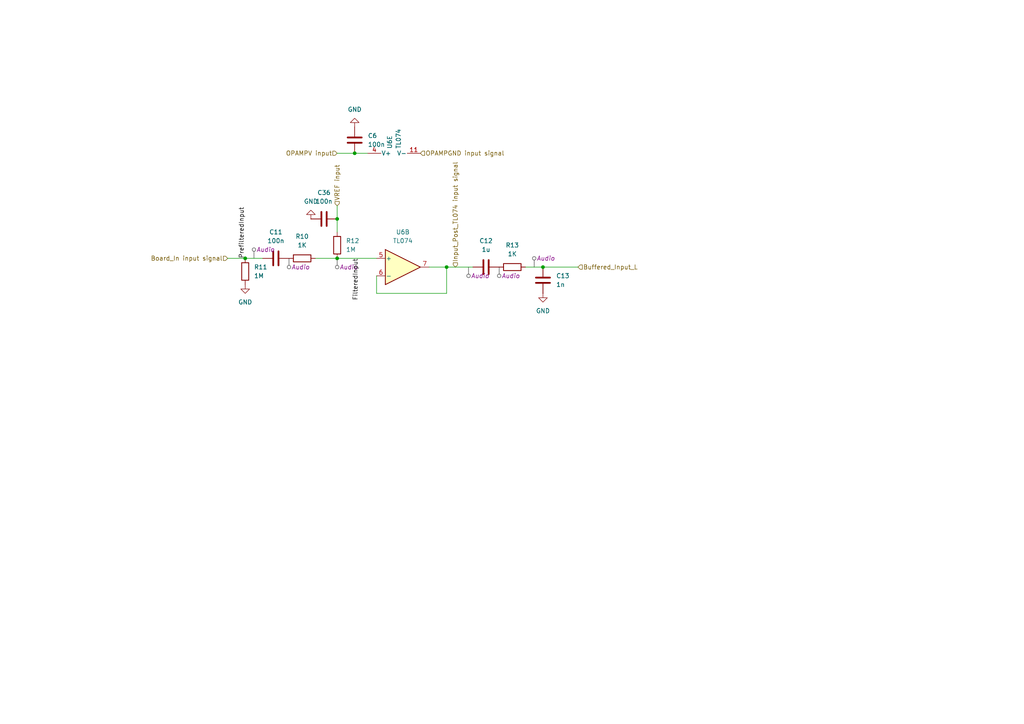
<source format=kicad_sch>
(kicad_sch (version 20231120) (generator "eeschema") (generator_version "8.0")
  (paper "A4")
  (lib_symbols
    (symbol "Amplifier_Operational:TL074" (pin_names (offset 0.127))
      (property "Reference" "U" (at 0 5.08 0))
      (property "Value" "TL074" (at 0 -5.08 0))
      (symbol "TL074_1_1"
        (polyline (pts (xy -5.08 5.08) (xy 5.08 0) (xy -5.08 -5.08) (xy -5.08 5.08)) (stroke (width 0.254)) (fill (type background)))
        (pin output line (at 7.62 0 180) (length 2.54) (name "~") (number "1"))
        (pin input line (at -7.62 -2.54 0) (length 2.54) (name "-") (number "2"))
        (pin input line (at -7.62 2.54 0) (length 2.54) (name "+") (number "3"))
      )
      (symbol "TL074_2_1"
        (polyline (pts (xy -5.08 5.08) (xy 5.08 0) (xy -5.08 -5.08) (xy -5.08 5.08)) (stroke (width 0.254)) (fill (type background)))
        (pin input line (at -7.62 2.54 0) (length 2.54) (name "+") (number "5"))
        (pin input line (at -7.62 -2.54 0) (length 2.54) (name "-") (number "6"))
        (pin output line (at 7.62 0 180) (length 2.54) (name "~") (number "7"))
      )
      (symbol "TL074_3_1"
        (polyline (pts (xy -5.08 5.08) (xy 5.08 0) (xy -5.08 -5.08) (xy -5.08 5.08)) (stroke (width 0.254)) (fill (type background)))
        (pin input line (at -7.62 2.54 0) (length 2.54) (name "+") (number "10"))
        (pin output line (at 7.62 0 180) (length 2.54) (name "~") (number "8"))
        (pin input line (at -7.62 -2.54 0) (length 2.54) (name "-") (number "9"))
      )
      (symbol "TL074_4_1"
        (polyline (pts (xy -5.08 5.08) (xy 5.08 0) (xy -5.08 -5.08) (xy -5.08 5.08)) (stroke (width 0.254)) (fill (type background)))
        (pin input line (at -7.62 2.54 0) (length 2.54) (name "+") (number "12"))
        (pin input line (at -7.62 -2.54 0) (length 2.54) (name "-") (number "13"))
        (pin output line (at 7.62 0 180) (length 2.54) (name "~") (number "14"))
      )
      (symbol "TL074_5_1"
        (pin power_in line (at -2.54 -7.62 90) (length 3.81) (name "V-") (number "11"))
        (pin power_in line (at -2.54 7.62 270) (length 3.81) (name "V+") (number "4"))
      )
    )
    (symbol "Device:C" (pin_numbers hide) (pin_names (offset 0.254))
      (property "Reference" "C" (at 0.635 2.54 0))
      (property "Value" "C" (at 0.635 -2.54 0))
      (symbol "C_0_1"
        (polyline (pts (xy -2.032 -0.762) (xy 2.032 -0.762)) (stroke (width 0.508)))
        (polyline (pts (xy -2.032 0.762) (xy 2.032 0.762)) (stroke (width 0.508)))
      )
      (symbol "C_1_1"
        (pin passive line (at 0 3.81 270) (length 2.794) (name "~") (number "1"))
        (pin passive line (at 0 -3.81 90) (length 2.794) (name "~") (number "2"))
      )
    )
    (symbol "Device:R" (pin_numbers hide) (pin_names (offset 0))
      (property "Reference" "R" (at 2.032 0 90))
      (property "Value" "R" (at 0 0 90))
      (symbol "R_0_1"
        (rectangle (start -1.016 -2.54) (end 1.016 2.54) (stroke (width 0.254)))
      )
      (symbol "R_1_1"
        (pin passive line (at 0 3.81 270) (length 1.27) (name "~") (number "1"))
        (pin passive line (at 0 -3.81 90) (length 1.27) (name "~") (number "2"))
      )
    )
    (symbol "power:GND" (power) (pin_numbers hide) (pin_names (offset 0) hide)
      (property "Value" "GND" (at 0 -3.81 0))
      (symbol "GND_0_1"
        (polyline (pts (xy 0 0) (xy 0 -1.27) (xy 1.27 -1.27) (xy 0 -2.54) (xy -1.27 -1.27) (xy 0 -1.27)))
      )
      (symbol "GND_1_1"
        (pin power_in line (at 0 0 270) (length 0) (name "~") (number "1"))
      )
    )
  )
  (junction (at 97.79 74.93))
  (junction (at 97.79 63.5))
  (junction (at 71.12 74.93))
  (junction (at 102.87 44.45))
  (junction (at 157.48 77.47))
  (junction (at 129.54 77.47))
  (wire (pts (xy 71.12 74.93) (xy 76.2 74.93)))
  (wire (pts (xy 129.54 85.09) (xy 129.54 77.47)))
  (wire (pts (xy 97.79 44.45) (xy 102.87 44.45)))
  (wire (pts (xy 109.22 85.09) (xy 129.54 85.09)))
  (wire (pts (xy 97.79 59.69) (xy 97.79 63.5)))
  (wire (pts (xy 157.48 77.47) (xy 167.64 77.47)))
  (wire (pts (xy 124.46 77.47) (xy 129.54 77.47)))
  (wire (pts (xy 97.79 63.5) (xy 97.79 67.31)))
  (wire (pts (xy 97.79 74.93) (xy 109.22 74.93)))
  (wire (pts (xy 91.44 74.93) (xy 97.79 74.93)))
  (wire (pts (xy 152.4 77.47) (xy 157.48 77.47)))
  (wire (pts (xy 102.87 44.45) (xy 106.68 44.45)))
  (wire (pts (xy 129.54 77.47) (xy 137.16 77.47)))
  (wire (pts (xy 109.22 80.01) (xy 109.22 85.09)))
  (wire (pts (xy 66.04 74.93) (xy 71.12 74.93)))
  (label "PrefilteredInput" (at 71.12 74.93 90))
  (label "FilteredInput" (at 104.14 74.93 270))
  (hierarchical_label "VREF input" (shape input) (at 97.79 59.69 90))
  (hierarchical_label "OPAMPV input" (shape input) (at 97.79 44.45 180))
  (hierarchical_label "OPAMPGND input signal" (shape input) (at 121.92 44.45 0))
  (hierarchical_label "Buffered_Input_L" (shape input) (at 167.64 77.47 0))
  (hierarchical_label "Input_Post_TL074 input signal" (shape input) (at 132.08 77.47 90))
  (hierarchical_label "Board_In input signal" (shape input) (at 66.04 74.93 180))
  (netclass_flag "" (length 2.54) (shape round) (at 83.82 74.93 180) (property "Netclass" "Audio" (at 84.5185 77.47 0) (effects (font (italic yes)) (justify left))))
  (netclass_flag "" (length 2.54) (shape round) (at 97.79 74.93 180) (property "Netclass" "Audio" (at 98.4885 77.47 0) (effects (font (italic yes)) (justify left))))
  (netclass_flag "" (length 2.54) (shape round) (at 154.94 77.47 0) (property "Netclass" "Audio" (at 155.6385 74.93 0) (effects (font (italic yes)) (justify left))))
  (netclass_flag "" (length 2.54) (shape round) (at 144.78 77.47 180) (property "Netclass" "Audio" (at 145.4785 80.01 0) (effects (font (italic yes)) (justify left))))
  (netclass_flag "" (length 2.54) (shape round) (at 135.89 77.47 180) (property "Netclass" "Audio" (at 136.5885 80.01 0) (effects (font (italic yes)) (justify left))))
  (netclass_flag "" (length 2.54) (shape round) (at 73.66 74.93 0) (property "Netclass" "Audio" (at 74.3585 72.39 0) (effects (font (italic yes)) (justify left))))
  (symbol (lib_id "Device:R") (at 71.12 78.74 180) (unit 1)
    (property "Reference" "R11" (at 73.66 77.4699 0) (effects (justify right)))
    (property "Value" "1M" (at 73.66 80.0099 0) (effects (justify right)))
    (property "Footprint" "PCM_4ms_Resistor:R_0603" (effects (hide yes)))
    (property "Description" "Resistor" (effects (hide yes)))
  )
  (symbol (lib_id "Amplifier_Operational:TL074") (at 116.84 77.47 0) (unit 2) (exclude_from_sim yes)
    (property "Reference" "U6" (at 116.84 67.31 0))
    (property "Value" "TL074" (at 116.84 69.85 0))
    (property "Footprint" "Package_DIP:DIP-14_W7.62mm_Socket" (effects (hide yes)))
    (property "Datasheet" "http://www.ti.com/lit/ds/symlink/tl071.pdf" (effects (hide yes)))
    (property "Description" "Quad Low-Noise JFET-Input Operational Amplifiers, DIP-14/SOIC-14" (effects (hide yes)))
  )
  (symbol (lib_id "power:GND") (at 90.17 63.5 180) (unit 1)
    (property "Reference" "#PWR076" (effects (hide yes)))
    (property "Value" "GND" (at 90.17 58.42 0))
    (property "Description" "Power symbol creates a global label with name \"GND\" , ground" (effects (hide yes)))
  )
  (symbol (lib_id "power:GND") (at 157.48 85.09 0) (unit 1)
    (property "Reference" "#PWR025" (effects (hide yes)))
    (property "Value" "GND" (at 157.48 90.17 0))
    (property "Description" "Power symbol creates a global label with name \"GND\" , ground" (effects (hide yes)))
  )
  (symbol (lib_id "Device:C") (at 102.87 40.64 180) (unit 1)
    (property "Reference" "C6" (at 106.68 39.3699 0) (effects (justify right)))
    (property "Value" "100n" (at 106.68 41.9099 0) (effects (justify right)))
    (property "Footprint" "FV1Footrpints:C_0603_1608Metric_Pad1.08x0.95mm_HandSolder" (effects (hide yes)))
    (property "Description" "Unpolarized capacitor" (effects (hide yes)))
  )
  (symbol (lib_id "Device:R") (at 97.79 71.12 180) (unit 1)
    (property "Reference" "R12" (at 100.33 69.8499 0) (effects (justify right)))
    (property "Value" "1M" (at 100.33 72.3899 0) (effects (justify right)))
    (property "Footprint" "PCM_4ms_Resistor:R_0603" (effects (hide yes)))
    (property "Description" "Resistor" (effects (hide yes)))
  )
  (symbol (lib_id "Device:C") (at 80.01 74.93 90) (unit 1)
    (property "Reference" "C11" (at 80.01 67.31 90))
    (property "Value" "100n" (at 80.01 69.85 90))
    (property "Footprint" "FV1Footrpints:C_0603_1608Metric_Pad1.08x0.95mm_HandSolder" (effects (hide yes)))
    (property "Description" "Unpolarized capacitor" (effects (hide yes)))
  )
  (symbol (lib_id "Device:C") (at 93.98 63.5 90) (unit 1)
    (property "Reference" "C36" (at 93.98 55.88 90))
    (property "Value" "100n" (at 93.98 58.42 90))
    (property "Footprint" "Capacitor_SMD:C_0603_1608Metric_Pad1.08x0.95mm_HandSolder" (effects (hide yes)))
    (property "Description" "Unpolarized capacitor" (effects (hide yes)))
  )
  (symbol (lib_id "power:GND") (at 102.87 36.83 180) (unit 1)
    (property "Reference" "#PWR044" (effects (hide yes)))
    (property "Value" "GND" (at 102.87 31.75 0))
    (property "Description" "Power symbol creates a global label with name \"GND\" , ground" (effects (hide yes)))
  )
  (symbol (lib_id "power:GND") (at 71.12 82.55 0) (unit 1)
    (property "Reference" "#PWR024" (effects (hide yes)))
    (property "Value" "GND" (at 71.12 87.63 0))
    (property "Description" "Power symbol creates a global label with name \"GND\" , ground" (effects (hide yes)))
  )
  (symbol (lib_id "Device:C") (at 140.97 77.47 90) (unit 1)
    (property "Reference" "C12" (at 140.97 69.85 90))
    (property "Value" "1u" (at 140.97 72.39 90))
    (property "Footprint" "FV1Footrpints:C_0603_1608Metric_Pad1.08x0.95mm_HandSolder" (effects (hide yes)))
    (property "Description" "Unpolarized capacitor" (effects (hide yes)))
  )
  (symbol (lib_id "Device:R") (at 148.59 77.47 90) (unit 1)
    (property "Reference" "R13" (at 148.59 71.12 90))
    (property "Value" "1K" (at 148.59 73.66 90))
    (property "Footprint" "PCM_4ms_Resistor:R_0603" (effects (hide yes)))
    (property "Description" "Resistor" (effects (hide yes)))
  )
  (symbol (lib_id "Amplifier_Operational:TL074") (at 114.3 41.91 90) (unit 5) (exclude_from_sim yes)
    (property "Reference" "U6" (at 113.0299 43.18 0) (effects (justify left)))
    (property "Value" "TL074" (at 115.5699 43.18 0) (effects (justify left)))
    (property "Footprint" "Package_DIP:DIP-14_W7.62mm_Socket" (effects (hide yes)))
    (property "Datasheet" "http://www.ti.com/lit/ds/symlink/tl071.pdf" (effects (hide yes)))
    (property "Description" "Quad Low-Noise JFET-Input Operational Amplifiers, DIP-14/SOIC-14" (effects (hide yes)))
  )
  (symbol (lib_id "Device:C") (at 157.48 81.28 180) (unit 1)
    (property "Reference" "C13" (at 161.29 80.0099 0) (effects (justify right)))
    (property "Value" "1n" (at 161.29 82.5499 0) (effects (justify right)))
    (property "Footprint" "FV1Footrpints:C_0603_1608Metric_Pad1.08x0.95mm_HandSolder" (effects (hide yes)))
    (property "Description" "Unpolarized capacitor" (effects (hide yes)))
  )
  (symbol (lib_id "Device:R") (at 87.63 74.93 90) (unit 1)
    (property "Reference" "R10" (at 87.63 68.58 90))
    (property "Value" "1K" (at 87.63 71.12 90))
    (property "Footprint" "PCM_4ms_Resistor:R_0603" (effects (hide yes)))
    (property "Description" "Resistor" (effects (hide yes)))
  )
)
</source>
